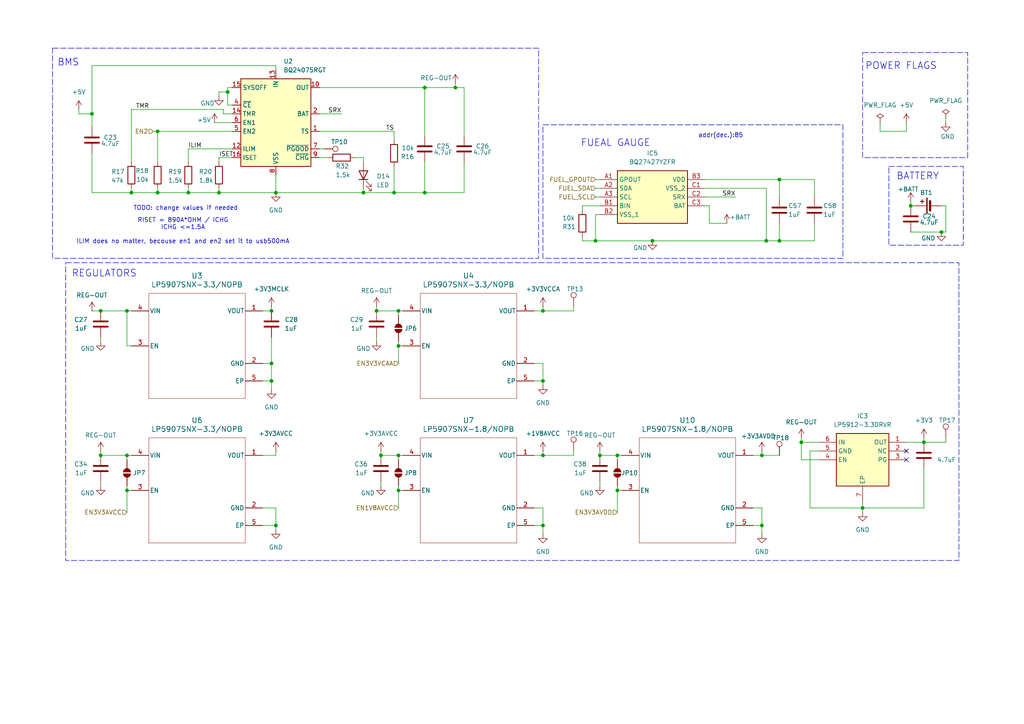
<source format=kicad_sch>
(kicad_sch (version 20250114) (generator "eeschema") (generator_version "9.0")
  (paper "A4")
  (title_block (title "POWER"))
  (lib_symbols
    (symbol "BQ27427YZFR:BQ27427YZFR"
      (property "Reference" "IC" (at 26.67 7.62 0))
      (property "Value" "BQ27427YZFR" (at 26.67 5.08 0))
      (symbol "BQ27427YZFR_1_1"
        (rectangle (start 5.08 2.54) (end 25.4 -12.7) (stroke (width 0.254)) (fill (type background)))
        (pin passive line (at 0 0 0) (length 5.08) (name "GPOUT") (number "A1"))
        (pin passive line (at 0 -2.54 0) (length 5.08) (name "SDA") (number "A2"))
        (pin passive line (at 0 -5.08 0) (length 5.08) (name "SCL") (number "A3"))
        (pin passive line (at 0 -7.62 0) (length 5.08) (name "BIN") (number "B1"))
        (pin passive line (at 0 -10.16 0) (length 5.08) (name "VSS_1") (number "B2"))
        (pin passive line (at 30.48 0 180) (length 5.08) (name "VDD") (number "B3"))
        (pin passive line (at 30.48 -2.54 180) (length 5.08) (name "VSS_2") (number "C1"))
        (pin passive line (at 30.48 -5.08 180) (length 5.08) (name "SRX") (number "C2"))
        (pin passive line (at 30.48 -7.62 180) (length 5.08) (name "BAT") (number "C3"))
      )
    )
    (symbol "Battery_Management:BQ24075RGT"
      (property "Reference" "U" (at -8.89 13.97 0))
      (property "Value" "BQ24075RGT" (at 16.51 13.97 0))
      (symbol "BQ24075RGT_0_1"
        (rectangle (start -10.16 12.7) (end 10.16 -12.7) (stroke (width 0.254)) (fill (type background)))
      )
      (symbol "BQ24075RGT_1_1"
        (pin input line (at -12.7 10.16 0) (length 2.54) (name "SYSOFF") (number "15"))
        (pin input line (at -12.7 5.08 0) (length 2.54) (name "~{CE}") (number "4"))
        (pin input line (at -12.7 2.54 0) (length 2.54) (name "TMR") (number "14"))
        (pin input line (at -12.7 0 0) (length 2.54) (name "EN1") (number "6"))
        (pin input line (at -12.7 -2.54 0) (length 2.54) (name "EN2") (number "5"))
        (pin passive line (at -12.7 -7.62 0) (length 2.54) (name "ILIM") (number "12"))
        (pin passive line (at -12.7 -10.16 0) (length 2.54) (name "ISET") (number "16"))
        (pin power_in line (at 0 15.24 270) (length 2.54) (name "IN") (number "13"))
        (pin passive line (at 0 -15.24 90) (length 2.54) (hide yes) (name "VSS") (number "17"))
        (pin power_in line (at 0 -15.24 90) (length 2.54) (name "VSS") (number "8"))
        (pin power_out line (at 12.7 10.16 180) (length 2.54) (name "OUT") (number "10"))
        (pin passive line (at 12.7 10.16 180) (length 2.54) (hide yes) (name "OUT") (number "11"))
        (pin power_out line (at 12.7 2.54 180) (length 2.54) (name "BAT") (number "2"))
        (pin passive line (at 12.7 2.54 180) (length 2.54) (hide yes) (name "BAT") (number "3"))
        (pin passive line (at 12.7 -2.54 180) (length 2.54) (name "TS") (number "1"))
        (pin open_collector line (at 12.7 -7.62 180) (length 2.54) (name "~{PGOOD}") (number "7"))
        (pin open_collector line (at 12.7 -10.16 180) (length 2.54) (name "~{CHG}") (number "9"))
      )
    )
    (symbol "Connector:TestPoint" (pin_numbers (hide yes)) (pin_names (offset 0.762) (hide yes))
      (property "Reference" "TP" (at 0 6.858 0))
      (property "Value" "TestPoint" (at 0 5.08 0))
      (symbol "TestPoint_0_1"
        (circle (center 0 3.302) (radius 0.762))
      )
      (symbol "TestPoint_1_1"
        (pin passive line (at 0 0 90) (length 2.54) (name "1") (number "1"))
      )
    )
    (symbol "Device:Battery_Cell" (pin_numbers (hide yes)) (pin_names (offset 0) (hide yes))
      (property "Reference" "BT" (at 2.54 2.54 0))
      (property "Value" "Battery_Cell" (at 2.54 0 0))
      (symbol "Battery_Cell_0_1"
        (rectangle (start -2.286 1.778) (end 2.286 1.524) (fill (type outline)))
        (rectangle (start -1.524 1.016) (end 1.524 0.508) (fill (type outline)))
        (polyline (pts (xy 0 1.778) (xy 0 2.54)))
        (polyline (pts (xy 0 0.762) (xy 0 0)))
        (polyline (pts (xy 0.762 3.048) (xy 1.778 3.048)) (stroke (width 0.254)))
        (polyline (pts (xy 1.27 3.556) (xy 1.27 2.54)) (stroke (width 0.254)))
      )
      (symbol "Battery_Cell_1_1"
        (pin passive line (at 0 5.08 270) (length 2.54) (name "+") (number "1"))
        (pin passive line (at 0 -2.54 90) (length 2.54) (name "-") (number "2"))
      )
    )
    (symbol "Device:C" (pin_numbers (hide yes)) (pin_names (offset 0.254))
      (property "Reference" "C" (at 0.635 2.54 0))
      (property "Value" "C" (at 0.635 -2.54 0))
      (symbol "C_0_1"
        (polyline (pts (xy -2.032 0.762) (xy 2.032 0.762)) (stroke (width 0.508)))
        (polyline (pts (xy -2.032 -0.762) (xy 2.032 -0.762)) (stroke (width 0.508)))
      )
      (symbol "C_1_1"
        (pin passive line (at 0 3.81 270) (length 2.794) (name "~") (number "1"))
        (pin passive line (at 0 -3.81 90) (length 2.794) (name "~") (number "2"))
      )
    )
    (symbol "Device:LED" (pin_numbers (hide yes)) (pin_names (offset 1.016) (hide yes))
      (property "Reference" "D" (at 0 2.54 0))
      (property "Value" "LED" (at 0 -2.54 0))
      (symbol "LED_0_1"
        (polyline (pts (xy -3.048 -0.762) (xy -4.572 -2.286) (xy -3.81 -2.286) (xy -4.572 -2.286) (xy -4.572 -1.524)))
        (polyline (pts (xy -1.778 -0.762) (xy -3.302 -2.286) (xy -2.54 -2.286) (xy -3.302 -2.286) (xy -3.302 -1.524)))
        (polyline (pts (xy -1.27 0) (xy 1.27 0)))
        (polyline (pts (xy -1.27 -1.27) (xy -1.27 1.27)) (stroke (width 0.254)))
        (polyline (pts (xy 1.27 -1.27) (xy 1.27 1.27) (xy -1.27 0) (xy 1.27 -1.27)) (stroke (width 0.254)))
      )
      (symbol "LED_1_1"
        (pin passive line (at -3.81 0 0) (length 2.54) (name "K") (number "1"))
        (pin passive line (at 3.81 0 180) (length 2.54) (name "A") (number "2"))
      )
    )
    (symbol "Device:R" (pin_numbers (hide yes)) (pin_names (offset 0))
      (property "Reference" "R" (at 2.032 0 90))
      (property "Value" "R" (at 0 0 90))
      (symbol "R_0_1"
        (rectangle (start -1.016 -2.54) (end 1.016 2.54) (stroke (width 0.254)))
      )
      (symbol "R_1_1"
        (pin passive line (at 0 3.81 270) (length 1.27) (name "~") (number "1"))
        (pin passive line (at 0 -3.81 90) (length 1.27) (name "~") (number "2"))
      )
    )
    (symbol "Jumper:SolderJumper_2_Open" (pin_numbers (hide yes)) (pin_names (offset 0) (hide yes)) (in_bom no)
      (property "Reference" "JP" (at 0 2.032 0))
      (property "Value" "SolderJumper_2_Open" (at 0 -2.54 0))
      (symbol "SolderJumper_2_Open_0_1"
        (polyline (pts (xy -0.254 1.016) (xy -0.254 -1.016)))
        (arc (start -0.254 -1.016) (mid -1.2656 0) (end -0.254 1.016))
        (arc (start -0.254 -1.016) (mid -1.2656 0) (end -0.254 1.016) (fill (type outline)))
        (arc (start 0.254 1.016) (mid 1.2656 0) (end 0.254 -1.016))
        (arc (start 0.254 1.016) (mid 1.2656 0) (end 0.254 -1.016) (fill (type outline)))
        (polyline (pts (xy 0.254 1.016) (xy 0.254 -1.016)))
      )
      (symbol "SolderJumper_2_Open_1_1"
        (pin passive line (at -3.81 0 0) (length 2.54) (name "A") (number "1"))
        (pin passive line (at 3.81 0 180) (length 2.54) (name "B") (number "2"))
      )
    )
    (symbol "LP5907SNX-1-8-NOPB:LP5907SNX-1.8_NOPB" (pin_names (offset 0.254))
      (property "Reference" "U" (at 0 2.54 0))
      (property "Value" "LP5907SNX-1.8/NOPB" (at 0 0 0))
      (symbol "LP5907SNX-1.8_NOPB_0_1"
        (polyline (pts (xy -12.7 15.24) (xy -12.7 -15.24)) (stroke (width 0.1016)))
        (polyline (pts (xy -12.7 -15.24) (xy 15.24 -15.24)) (stroke (width 0.1016)))
        (polyline (pts (xy 15.24 15.24) (xy -12.7 15.24)) (stroke (width 0.1016)))
        (polyline (pts (xy 15.24 -15.24) (xy 15.24 15.24)) (stroke (width 0.1016)))
        (pin power_in line (at -17.78 10.16 0) (length 5.08) (name "VIN") (number "4"))
        (pin input line (at -17.78 0 0) (length 5.08) (name "EN") (number "3"))
        (pin power_in line (at 20.32 -5.08 180) (length 5.08) (name "GND") (number "2"))
        (pin power_in line (at 20.32 -10.16 180) (length 5.08) (name "EP") (number "5"))
      )
      (symbol "LP5907SNX-1.8_NOPB_1_1"
        (pin power_out line (at 20.32 10.16 180) (length 5.08) (name "VOUT") (number "1"))
      )
    )
    (symbol "LP5907SNX-3-3-NOPB:LP5907SNX-3.3_NOPB" (pin_names (offset 0.254))
      (property "Reference" "U" (at 0 2.54 0))
      (property "Value" "LP5907SNX-3.3/NOPB" (at 0 0 0))
      (symbol "LP5907SNX-3.3_NOPB_0_1"
        (polyline (pts (xy -12.7 15.24) (xy -12.7 -15.24)) (stroke (width 0.1016)))
        (polyline (pts (xy -12.7 -15.24) (xy 15.24 -15.24)) (stroke (width 0.1016)))
        (polyline (pts (xy 15.24 15.24) (xy -12.7 15.24)) (stroke (width 0.1016)))
        (polyline (pts (xy 15.24 -15.24) (xy 15.24 15.24)) (stroke (width 0.1016)))
        (pin power_in line (at -17.78 10.16 0) (length 5.08) (name "VIN") (number "4"))
        (pin input line (at -17.78 0 0) (length 5.08) (name "EN") (number "3"))
        (pin power_in line (at 20.32 -5.08 180) (length 5.08) (name "GND") (number "2"))
        (pin power_in line (at 20.32 -10.16 180) (length 5.08) (name "EP") (number "5"))
      )
      (symbol "LP5907SNX-3.3_NOPB_1_1"
        (pin power_out line (at 20.32 10.16 180) (length 5.08) (name "VOUT") (number "1"))
      )
    )
    (symbol "LP5912-3_3DRVR:LP5912-3.3DRVR"
      (property "Reference" "IC" (at 21.59 7.62 0))
      (property "Value" "LP5912-3.3DRVR" (at 21.59 5.08 0))
      (symbol "LP5912-3.3DRVR_1_1"
        (rectangle (start 5.08 2.54) (end 20.32 -12.7) (stroke (width 0.254)) (fill (type background)))
        (pin power_out line (at 0 0 0) (length 5.08) (name "OUT") (number "1"))
        (pin no_connect line (at 0 -2.54 0) (length 5.08) (name "NC") (number "2"))
        (pin passive line (at 0 -5.08 0) (length 5.08) (name "PG") (number "3"))
        (pin power_in line (at 12.7 -17.78 90) (length 5.08) (name "EP") (number "7"))
        (pin power_in line (at 25.4 0 180) (length 5.08) (name "IN") (number "6"))
        (pin power_in line (at 25.4 -2.54 180) (length 5.08) (name "GND") (number "5"))
        (pin passive line (at 25.4 -5.08 180) (length 5.08) (name "EN") (number "4"))
      )
    )
    (symbol "power:+1V8" (power) (pin_numbers (hide yes)) (pin_names (offset 0) (hide yes))
      (property "Value" "+1V8" (at 0 3.556 0))
      (symbol "+1V8_0_1"
        (polyline (pts (xy -0.762 1.27) (xy 0 2.54)))
        (polyline (pts (xy 0 2.54) (xy 0.762 1.27)))
        (polyline (pts (xy 0 0) (xy 0 2.54)))
      )
      (symbol "+1V8_1_1"
        (pin power_in line (at 0 0 90) (length 0) (name "~") (number "1"))
      )
    )
    (symbol "power:+3V3" (power) (pin_numbers (hide yes)) (pin_names (offset 0) (hide yes))
      (property "Value" "+3V3" (at 0 3.556 0))
      (symbol "+3V3_0_1"
        (polyline (pts (xy -0.762 1.27) (xy 0 2.54)))
        (polyline (pts (xy 0 2.54) (xy 0.762 1.27)))
        (polyline (pts (xy 0 0) (xy 0 2.54)))
      )
      (symbol "+3V3_1_1"
        (pin power_in line (at 0 0 90) (length 0) (name "~") (number "1"))
      )
    )
    (symbol "power:+5V" (power) (pin_numbers (hide yes)) (pin_names (offset 0) (hide yes))
      (property "Value" "+5V" (at 0 3.556 0))
      (symbol "+5V_0_1"
        (polyline (pts (xy -0.762 1.27) (xy 0 2.54)))
        (polyline (pts (xy 0 2.54) (xy 0.762 1.27)))
        (polyline (pts (xy 0 0) (xy 0 2.54)))
      )
      (symbol "+5V_1_1"
        (pin power_in line (at 0 0 90) (length 0) (name "~") (number "1"))
      )
    )
    (symbol "power:+BATT" (power) (pin_numbers (hide yes)) (pin_names (offset 0) (hide yes))
      (property "Value" "+BATT" (at 0 3.556 0))
      (symbol "+BATT_0_1"
        (polyline (pts (xy -0.762 1.27) (xy 0 2.54)))
        (polyline (pts (xy 0 2.54) (xy 0.762 1.27)))
        (polyline (pts (xy 0 0) (xy 0 2.54)))
      )
      (symbol "+BATT_1_1"
        (pin power_in line (at 0 0 90) (length 0) (name "~") (number "1"))
      )
    )
    (symbol "power:GND" (power) (pin_numbers (hide yes)) (pin_names (offset 0) (hide yes))
      (property "Value" "GND" (at 0 -3.81 0))
      (symbol "GND_0_1"
        (polyline (pts (xy 0 0) (xy 0 -1.27) (xy 1.27 -1.27) (xy 0 -2.54) (xy -1.27 -1.27) (xy 0 -1.27)))
      )
      (symbol "GND_1_1"
        (pin power_in line (at 0 0 270) (length 0) (name "~") (number "1"))
      )
    )
    (symbol "power:PWR_FLAG" (power) (pin_numbers (hide yes)) (pin_names (offset 0) (hide yes))
      (property "Value" "PWR_FLAG" (at 0 3.81 0))
      (symbol "PWR_FLAG_0_0"
        (pin power_out line (at 0 0 90) (length 0) (name "~") (number "1"))
      )
      (symbol "PWR_FLAG_0_1"
        (polyline (pts (xy 0 0) (xy 0 1.27) (xy -1.016 1.905) (xy 0 2.54) (xy 1.016 1.905) (xy 0 1.27)))
      )
    )
  )
  (rectangle (start 250.19 15.24) (end 280.67 45.72) (stroke (width 0) (type dash)))
  (rectangle (start 19.05 76.2) (end 278.13 162.56) (stroke (width 0) (type dash)))
  (rectangle (start 257.81 48.26) (end 279.4 71.12) (stroke (width 0) (type dash)))
  (rectangle (start 15.24 13.97) (end 156.21 74.93) (stroke (width 0) (type dash)))
  (rectangle (start 157.48 36.195) (end 244.475 74.93) (stroke (width 0) (type dash)))
  (text "TODO: change values if needed" (at 53.848 60.452 0) (effects (font (size 1.27 1.27))))
  (text "FUEAL GAUGE" (at 178.562 40.386 0) (effects (font (size 2 2)) (justify top)))
  (text "BMS" (at 19.812 17.018 0) (effects (font (size 2 2)) (justify top)))
  (text "POWER FLAGS" (at 261.366 18.034 0) (effects (font (size 2 2)) (justify top)))
  (text "RISET = 890A*OHM / ICHG\nICHG <=1.5A\n\nILIM does no matter, becouse en1 and en2 set it to usb500mA" (at 53.086 67.056 0) (effects (font (size 1.27 1.27))))
  (text "BATTERY\n" (at 266.192 50.038 0) (effects (font (size 2 2)) (justify top)))
  (text "addr(dec.):85" (at 209.042 39.37 0) (effects (font (size 1.27 1.27))))
  (text "REGULATORS" (at 30.226 78.232 0) (effects (font (size 2 2)) (justify top)))
  (junction (at 189.23 69.85))
  (junction (at 264.16 59.69))
  (junction (at 80.01 152.4))
  (junction (at 220.98 132.08))
  (junction (at 267.97 128.27))
  (junction (at 29.21 90.17))
  (junction (at 78.74 105.41))
  (junction (at 80.01 55.88))
  (junction (at 54.61 55.88))
  (junction (at 110.49 132.08))
  (junction (at 179.07 132.08))
  (junction (at 250.19 147.32))
  (junction (at 114.3 55.88))
  (junction (at 232.41 128.27))
  (junction (at 157.48 110.49))
  (junction (at 36.83 90.17))
  (junction (at 105.41 55.88))
  (junction (at 157.48 152.4))
  (junction (at 36.83 132.08))
  (junction (at 273.05 67.31))
  (junction (at 157.48 90.17))
  (junction (at 115.57 132.08))
  (junction (at 29.21 132.08))
  (junction (at 179.07 142.24))
  (junction (at 220.98 152.4))
  (junction (at 78.74 90.17))
  (junction (at 173.99 132.08))
  (junction (at 38.1 55.88))
  (junction (at 172.72 69.85))
  (junction (at 78.74 110.49))
  (junction (at 222.25 69.85))
  (junction (at 115.57 142.24))
  (junction (at 226.06 52.07))
  (junction (at 66.04 26.67))
  (junction (at 123.19 25.4))
  (junction (at 109.22 90.17))
  (junction (at 45.72 38.1))
  (junction (at 115.57 90.17))
  (junction (at 36.83 142.24))
  (junction (at 226.06 69.85))
  (junction (at 45.72 55.88))
  (junction (at 63.5 55.88))
  (junction (at 123.19 55.88))
  (junction (at 26.67 33.02))
  (junction (at 132.08 25.4))
  (junction (at 115.57 100.33))
  (junction (at 157.48 132.08))
  (no_connect (at 262.89 130.81))
  (no_connect (at 262.89 133.35))
  (wire (pts (xy 45.72 38.1) (xy 45.72 46.99)))
  (wire (pts (xy 38.1 31.75) (xy 64.77 31.75)))
  (wire (pts (xy 76.2 90.17) (xy 78.74 90.17)))
  (wire (pts (xy 168.91 60.96) (xy 168.91 59.69)))
  (wire (pts (xy 234.95 147.32) (xy 250.19 147.32)))
  (wire (pts (xy 115.57 90.17) (xy 115.57 91.44)))
  (wire (pts (xy 237.49 133.35) (xy 232.41 133.35)))
  (wire (pts (xy 115.57 142.24) (xy 115.57 140.97)))
  (wire (pts (xy 168.91 68.58) (xy 168.91 69.85)))
  (wire (pts (xy 218.44 152.4) (xy 220.98 152.4)))
  (wire (pts (xy 179.07 142.24) (xy 179.07 148.59)))
  (wire (pts (xy 45.72 54.61) (xy 45.72 55.88)))
  (wire (pts (xy 250.19 147.32) (xy 250.19 148.59)))
  (wire (pts (xy 166.37 132.08) (xy 157.48 132.08)))
  (wire (pts (xy 274.32 67.31) (xy 274.32 59.69)))
  (wire (pts (xy 115.57 132.08) (xy 115.57 133.35)))
  (wire (pts (xy 134.62 39.37) (xy 134.62 25.4)))
  (wire (pts (xy 274.32 34.29) (xy 274.32 35.56)))
  (wire (pts (xy 38.1 142.24) (xy 36.83 142.24)))
  (wire (pts (xy 26.67 19.05) (xy 26.67 33.02)))
  (wire (pts (xy 172.72 62.23) (xy 173.99 62.23)))
  (wire (pts (xy 226.06 64.77) (xy 226.06 69.85)))
  (wire (pts (xy 29.21 99.06) (xy 29.21 97.79)))
  (wire (pts (xy 66.04 25.4) (xy 66.04 26.67)))
  (wire (pts (xy 114.3 55.88) (xy 123.19 55.88)))
  (wire (pts (xy 36.83 100.33) (xy 38.1 100.33)))
  (wire (pts (xy 80.01 19.05) (xy 80.01 20.32)))
  (wire (pts (xy 80.01 19.05) (xy 26.67 19.05)))
  (wire (pts (xy 93.98 43.18) (xy 92.71 43.18)))
  (wire (pts (xy 232.41 127) (xy 232.41 128.27)))
  (wire (pts (xy 123.19 46.99) (xy 123.19 55.88)))
  (wire (pts (xy 189.23 69.85) (xy 172.72 69.85)))
  (wire (pts (xy 157.48 90.17) (xy 157.48 88.9)))
  (wire (pts (xy 250.19 146.05) (xy 250.19 147.32)))
  (wire (pts (xy 267.97 147.32) (xy 250.19 147.32)))
  (wire (pts (xy 179.07 140.97) (xy 179.07 142.24)))
  (wire (pts (xy 226.06 132.08) (xy 220.98 132.08)))
  (wire (pts (xy 92.71 33.02) (xy 99.06 33.02)))
  (wire (pts (xy 29.21 140.97) (xy 29.21 139.7)))
  (wire (pts (xy 63.5 45.72) (xy 63.5 46.99)))
  (wire (pts (xy 222.25 54.61) (xy 222.25 69.85)))
  (wire (pts (xy 179.07 132.08) (xy 180.34 132.08)))
  (wire (pts (xy 267.97 127) (xy 267.97 128.27)))
  (wire (pts (xy 64.77 33.02) (xy 67.31 33.02)))
  (wire (pts (xy 64.77 31.75) (xy 64.77 33.02)))
  (wire (pts (xy 78.74 90.17) (xy 78.74 88.9)))
  (wire (pts (xy 92.71 38.1) (xy 114.3 38.1)))
  (wire (pts (xy 63.5 45.72) (xy 67.31 45.72)))
  (wire (pts (xy 115.57 100.33) (xy 116.84 100.33)))
  (wire (pts (xy 274.32 59.69) (xy 273.05 59.69)))
  (wire (pts (xy 237.49 130.81) (xy 234.95 130.81)))
  (wire (pts (xy 36.83 132.08) (xy 36.83 133.35)))
  (wire (pts (xy 226.06 69.85) (xy 222.25 69.85)))
  (wire (pts (xy 274.32 67.31) (xy 273.05 67.31)))
  (wire (pts (xy 218.44 132.08) (xy 220.98 132.08)))
  (wire (pts (xy 123.19 25.4) (xy 132.08 25.4)))
  (wire (pts (xy 154.94 147.32) (xy 157.48 147.32)))
  (wire (pts (xy 76.2 105.41) (xy 78.74 105.41)))
  (wire (pts (xy 114.3 38.1) (xy 114.3 40.64)))
  (wire (pts (xy 80.01 132.08) (xy 80.01 130.81)))
  (wire (pts (xy 76.2 132.08) (xy 80.01 132.08)))
  (wire (pts (xy 220.98 132.08) (xy 220.98 130.81)))
  (wire (pts (xy 38.1 55.88) (xy 45.72 55.88)))
  (wire (pts (xy 78.74 105.41) (xy 78.74 110.49)))
  (wire (pts (xy 132.08 24.13) (xy 132.08 25.4)))
  (wire (pts (xy 114.3 48.26) (xy 114.3 55.88)))
  (wire (pts (xy 36.83 132.08) (xy 38.1 132.08)))
  (wire (pts (xy 38.1 54.61) (xy 38.1 55.88)))
  (wire (pts (xy 36.83 142.24) (xy 36.83 148.59)))
  (wire (pts (xy 157.48 105.41) (xy 157.48 110.49)))
  (wire (pts (xy 189.23 69.85) (xy 222.25 69.85)))
  (wire (pts (xy 92.71 25.4) (xy 123.19 25.4)))
  (wire (pts (xy 63.5 26.67) (xy 63.5 27.94)))
  (wire (pts (xy 220.98 152.4) (xy 220.98 154.94)))
  (wire (pts (xy 255.27 38.1) (xy 262.89 38.1)))
  (wire (pts (xy 115.57 142.24) (xy 115.57 147.32)))
  (wire (pts (xy 76.2 152.4) (xy 80.01 152.4)))
  (wire (pts (xy 274.32 128.27) (xy 267.97 128.27)))
  (wire (pts (xy 116.84 142.24) (xy 115.57 142.24)))
  (wire (pts (xy 262.89 38.1) (xy 262.89 35.56)))
  (wire (pts (xy 157.48 110.49) (xy 157.48 111.76)))
  (wire (pts (xy 109.22 99.06) (xy 109.22 97.79)))
  (wire (pts (xy 168.91 59.69) (xy 173.99 59.69)))
  (wire (pts (xy 172.72 52.07) (xy 173.99 52.07)))
  (wire (pts (xy 236.22 69.85) (xy 226.06 69.85)))
  (wire (pts (xy 204.47 57.15) (xy 213.36 57.15)))
  (wire (pts (xy 26.67 33.02) (xy 26.67 36.83)))
  (wire (pts (xy 267.97 135.89) (xy 267.97 147.32)))
  (wire (pts (xy 264.16 67.31) (xy 273.05 67.31)))
  (wire (pts (xy 134.62 55.88) (xy 123.19 55.88)))
  (wire (pts (xy 132.08 25.4) (xy 134.62 25.4)))
  (wire (pts (xy 29.21 132.08) (xy 36.83 132.08)))
  (wire (pts (xy 232.41 133.35) (xy 232.41 128.27)))
  (wire (pts (xy 78.74 97.79) (xy 78.74 105.41)))
  (wire (pts (xy 36.83 142.24) (xy 36.83 140.97)))
  (wire (pts (xy 22.86 33.02) (xy 26.67 33.02)))
  (wire (pts (xy 154.94 152.4) (xy 157.48 152.4)))
  (wire (pts (xy 205.74 64.77) (xy 205.74 59.69)))
  (wire (pts (xy 154.94 90.17) (xy 157.48 90.17)))
  (wire (pts (xy 45.72 38.1) (xy 67.31 38.1)))
  (wire (pts (xy 63.5 55.88) (xy 80.01 55.88)))
  (wire (pts (xy 236.22 52.07) (xy 226.06 52.07)))
  (wire (pts (xy 115.57 99.06) (xy 115.57 100.33)))
  (wire (pts (xy 264.16 59.69) (xy 265.43 59.69)))
  (wire (pts (xy 123.19 25.4) (xy 123.19 39.37)))
  (wire (pts (xy 154.94 132.08) (xy 157.48 132.08)))
  (wire (pts (xy 173.99 130.81) (xy 173.99 132.08)))
  (wire (pts (xy 154.94 105.41) (xy 157.48 105.41)))
  (wire (pts (xy 109.22 90.17) (xy 115.57 90.17)))
  (wire (pts (xy 173.99 140.97) (xy 173.99 139.7)))
  (wire (pts (xy 234.95 130.81) (xy 234.95 147.32)))
  (wire (pts (xy 29.21 130.81) (xy 29.21 132.08)))
  (wire (pts (xy 172.72 57.15) (xy 173.99 57.15)))
  (wire (pts (xy 36.83 90.17) (xy 38.1 90.17)))
  (wire (pts (xy 63.5 54.61) (xy 63.5 55.88)))
  (wire (pts (xy 115.57 100.33) (xy 115.57 105.41)))
  (wire (pts (xy 236.22 57.15) (xy 236.22 52.07)))
  (wire (pts (xy 63.5 26.67) (xy 66.04 26.67)))
  (wire (pts (xy 115.57 132.08) (xy 110.49 132.08)))
  (wire (pts (xy 78.74 110.49) (xy 78.74 113.03)))
  (wire (pts (xy 80.01 152.4) (xy 80.01 147.32)))
  (wire (pts (xy 154.94 110.49) (xy 157.48 110.49)))
  (wire (pts (xy 264.16 58.42) (xy 264.16 59.69)))
  (wire (pts (xy 220.98 147.32) (xy 220.98 152.4)))
  (wire (pts (xy 44.45 38.1) (xy 45.72 38.1)))
  (wire (pts (xy 205.74 64.77) (xy 210.82 64.77)))
  (wire (pts (xy 54.61 43.18) (xy 67.31 43.18)))
  (wire (pts (xy 236.22 64.77) (xy 236.22 69.85)))
  (wire (pts (xy 105.41 55.88) (xy 114.3 55.88)))
  (wire (pts (xy 180.34 142.24) (xy 179.07 142.24)))
  (wire (pts (xy 166.37 90.17) (xy 157.48 90.17)))
  (wire (pts (xy 172.72 54.61) (xy 173.99 54.61)))
  (wire (pts (xy 26.67 44.45) (xy 26.67 55.88)))
  (wire (pts (xy 173.99 132.08) (xy 179.07 132.08)))
  (wire (pts (xy 109.22 88.9) (xy 109.22 90.17)))
  (wire (pts (xy 29.21 90.17) (xy 36.83 90.17)))
  (wire (pts (xy 92.71 45.72) (xy 95.25 45.72)))
  (wire (pts (xy 172.72 69.85) (xy 172.72 62.23)))
  (wire (pts (xy 66.04 30.48) (xy 67.31 30.48)))
  (wire (pts (xy 204.47 54.61) (xy 222.25 54.61)))
  (wire (pts (xy 78.74 110.49) (xy 76.2 110.49)))
  (wire (pts (xy 116.84 132.08) (xy 115.57 132.08)))
  (wire (pts (xy 36.83 90.17) (xy 36.83 100.33)))
  (wire (pts (xy 110.49 132.08) (xy 110.49 130.81)))
  (wire (pts (xy 26.67 90.17) (xy 29.21 90.17)))
  (wire (pts (xy 255.27 35.56) (xy 255.27 38.1)))
  (wire (pts (xy 166.37 130.81) (xy 166.37 132.08)))
  (wire (pts (xy 157.48 152.4) (xy 157.48 154.94)))
  (wire (pts (xy 157.48 147.32) (xy 157.48 152.4)))
  (wire (pts (xy 80.01 50.8) (xy 80.01 55.88)))
  (wire (pts (xy 105.41 54.61) (xy 105.41 55.88)))
  (wire (pts (xy 168.91 69.85) (xy 172.72 69.85)))
  (wire (pts (xy 157.48 132.08) (xy 157.48 130.81)))
  (wire (pts (xy 274.32 127) (xy 274.32 128.27)))
  (wire (pts (xy 218.44 147.32) (xy 220.98 147.32)))
  (wire (pts (xy 166.37 88.9) (xy 166.37 90.17)))
  (wire (pts (xy 134.62 46.99) (xy 134.62 55.88)))
  (wire (pts (xy 110.49 140.97) (xy 110.49 139.7)))
  (wire (pts (xy 76.2 147.32) (xy 80.01 147.32)))
  (wire (pts (xy 26.67 55.88) (xy 38.1 55.88)))
  (wire (pts (xy 179.07 132.08) (xy 179.07 133.35)))
  (wire (pts (xy 232.41 128.27) (xy 237.49 128.27)))
  (wire (pts (xy 105.41 45.72) (xy 105.41 46.99)))
  (wire (pts (xy 38.1 31.75) (xy 38.1 46.99)))
  (wire (pts (xy 54.61 55.88) (xy 63.5 55.88)))
  (wire (pts (xy 226.06 52.07) (xy 226.06 57.15)))
  (wire (pts (xy 267.97 128.27) (xy 262.89 128.27)))
  (wire (pts (xy 62.23 35.56) (xy 67.31 35.56)))
  (wire (pts (xy 54.61 54.61) (xy 54.61 55.88)))
  (wire (pts (xy 204.47 52.07) (xy 226.06 52.07)))
  (wire (pts (xy 67.31 25.4) (xy 66.04 25.4)))
  (wire (pts (xy 115.57 90.17) (xy 116.84 90.17)))
  (wire (pts (xy 45.72 55.88) (xy 54.61 55.88)))
  (wire (pts (xy 22.86 31.75) (xy 22.86 33.02)))
  (wire (pts (xy 54.61 46.99) (xy 54.61 43.18)))
  (wire (pts (xy 204.47 59.69) (xy 205.74 59.69)))
  (wire (pts (xy 80.01 152.4) (xy 80.01 153.67)))
  (wire (pts (xy 102.87 45.72) (xy 105.41 45.72)))
  (wire (pts (xy 80.01 55.88) (xy 105.41 55.88)))
  (wire (pts (xy 66.04 26.67) (xy 66.04 30.48)))
  (label "SRX" (at 99.06 33.02 180))
  (label "ILIM" (at 54.61 43.18 0))
  (label "SRX" (at 213.36 57.15 180))
  (label "TMR" (at 39.37 31.75 0))
  (label "TS" (at 114.3 38.1 180))
  (label "ISET" (at 63.5 45.72 0))
  (hierarchical_label "EN3V3AVCC" (shape input) (at 36.83 148.59 180))
  (hierarchical_label "EN3V3VCAA" (shape input) (at 115.57 105.41 180))
  (hierarchical_label "FUEL_SCL" (shape input) (at 172.72 57.15 180))
  (hierarchical_label "FUEL_SDA" (shape input) (at 172.72 54.61 180))
  (hierarchical_label "EN1V8AVCC" (shape input) (at 115.57 147.32 180))
  (hierarchical_label "EN3V3AVDD" (shape input) (at 179.07 148.59 180))
  (hierarchical_label "EN2" (shape input) (at 44.45 38.1 180))
  (hierarchical_label "FUEL_GPOUT" (shape input) (at 172.72 52.07 180))
  (symbol (lib_id "Device:C") (at 267.97 132.08 0) (unit 1)
    (property "Reference" "C33" (effects (hide yes)))
    (property "Value" "4.7uF" (at 271.78 133.3499 0) (effects (justify left)))
    (property "Footprint" "Capacitor_SMD:C_0402_1005Metric" (effects (hide yes)))
    (property "Description" "Unpolarized capacitor" (effects (hide yes)))
    (property "MPN" "CL05A475KP5NRNC" (effects (hide yes)))
  )
  (symbol (lib_id "Device:C") (at 109.22 93.98 0) (mirror y) (unit 1)
    (property "Reference" "C29" (at 105.41 92.7099 0) (effects (justify left)))
    (property "Value" "1uF" (at 105.41 95.2499 0) (effects (justify left)))
    (property "Footprint" "Capacitor_SMD:C_0402_1005Metric" (effects (hide yes)))
    (property "Description" "Unpolarized capacitor" (effects (hide yes)))
    (property "MPN" "CL05A105KO5NNNC" (effects (hide yes)))
  )
  (symbol (lib_id "Device:R") (at 99.06 45.72 90) (unit 1)
    (property "Reference" "R32" (at 97.3455 48.1965 90) (effects (justify right)))
    (property "Value" "1.5k" (at 97.3455 50.7365 90) (effects (justify right)))
    (property "Footprint" "Resistor_SMD:R_0402_1005Metric" (effects (hide yes)))
    (property "Description" "Resistor" (effects (hide yes)))
    (property "LCSC" "C25744" (effects (hide yes)))
    (property "MPN" "RC0402FR-071K5L" (effects (hide yes)))
  )
  (symbol (lib_id "power:+BATT") (at 210.82 64.77 0) (unit 1)
    (property "Reference" "#PWR0105" (effects (hide yes)))
    (property "Value" "+BATT" (at 214.63 62.992 0))
    (property "Description" "Power symbol creates a global label with name \"+BATT\"" (effects (hide yes)))
  )
  (symbol (lib_id "Jumper:SolderJumper_2_Open") (at 115.57 95.25 90) (mirror x) (unit 1) (in_bom no)
    (property "Reference" "JP6" (at 119.126 95.25 90))
    (property "Value" "SolderJumper_2_Open" (effects (hide yes)))
    (property "Footprint" "Jumper:SolderJumper-2_P1.3mm_Open_RoundedPad1.0x1.5mm" (effects (hide yes)))
    (property "Description" "Solder Jumper, 2-pole, open" (effects (hide yes)))
  )
  (symbol (lib_id "Device:C") (at 173.99 135.89 0) (mirror y) (unit 1)
    (property "Reference" "C38" (at 170.18 134.6199 0) (effects (justify left)))
    (property "Value" "1uF" (at 170.18 137.1599 0) (effects (justify left)))
    (property "Footprint" "Capacitor_SMD:C_0402_1005Metric" (effects (hide yes)))
    (property "Description" "Unpolarized capacitor" (effects (hide yes)))
    (property "MPN" "CL05A105KO5NNNC" (effects (hide yes)))
  )
  (symbol (lib_id "LP5907SNX-3-3-NOPB:LP5907SNX-3.3_NOPB") (at 55.88 100.33 0) (unit 1)
    (property "Reference" "U3" (at 57.15 80.01 0) (effects (font (size 1.524 1.524))))
    (property "Value" "LP5907SNX-3.3/NOPB" (at 57.15 82.55 0) (effects (font (size 1.524 1.524))))
    (property "Footprint" "Package_SON:Texas_X2SON-4_1x1mm_P0.65mm" (effects (hide yes)))
    (property "Datasheet" "https://www.ti.com/lit/ds/symlink/lp5907.pdf?ts=1747978823487&ref_url=https%253A%252F%252Fwww.ti.com%252Fproduct%252FLP5907%253FkeyMatch%253DLP5907-1.8%2526tisearch%253Duniversal_search" (effects (hide yes)))
    (property "MPN" "LP5907SNX-3.3/NOPB" (effects (hide yes)))
  )
  (symbol (lib_id "power:+BATT") (at 132.08 24.13 0) (unit 1)
    (property "Reference" "#PWR036" (effects (hide yes)))
    (property "Value" "REG-OUT" (at 126.492 22.606 0))
    (property "Description" "Power symbol creates a global label with name \"+BATT\"" (effects (hide yes)))
  )
  (symbol (lib_id "LP5912-3_3DRVR:LP5912-3.3DRVR") (at 262.89 128.27 0) (mirror y) (unit 1)
    (property "Reference" "IC3" (at 250.19 120.65 0))
    (property "Value" "LP5912-3.3DRVR" (at 250.19 123.19 0))
    (property "Footprint" "LP5912-3.3DRVR:SON65P200X200X80-7N" (effects (hide yes)))
    (property "Datasheet" "http://www.ti.com/lit/gpn/lp5912" (effects (hide yes)))
    (property "Description" "500-mA low-noise low-IQ low-dropout (LDO) linear regulator" (effects (hide yes)))
    (property "Height" "0.8" (effects (hide yes)))
    (property "Manufacturer_Name" "Texas Instruments" (effects (hide yes)))
    (property "Arrow Part Number" "LP5912-3.3DRVR" (effects (hide yes)))
    (property "Arrow Price/Stock" "https://www.arrow.com/en/products/lp5912-3.3drvr/texas-instruments?utm_currency=USD&region=nac" (effects (hide yes)))
    (property "MPN" "LP5912-3.3DRVR" (effects (hide yes)))
  )
  (symbol (lib_id "LP5907SNX-1-8-NOPB:LP5907SNX-1.8_NOPB") (at 198.12 142.24 0) (unit 1)
    (property "Reference" "U10" (at 199.39 121.92 0) (effects (font (size 1.524 1.524))))
    (property "Value" "LP5907SNX-1.8/NOPB" (at 199.39 124.46 0) (effects (font (size 1.524 1.524))))
    (property "Footprint" "Package_SON:Texas_X2SON-4_1x1mm_P0.65mm" (effects (hide yes)))
    (property "Datasheet" "https://www.ti.com/lit/ds/symlink/lp5907.pdf?ts=1747978823487&ref_url=https%253A%252F%252Fwww.ti.com%252Fproduct%252FLP5907%253FkeyMatch%253DLP5907-1.8%2526tisearch%253Duniversal_search" (effects (hide yes)))
    (property "MPN" "LP5907SNX-1.8/NOPB" (effects (hide yes)))
  )
  (symbol (lib_id "Battery_Management:BQ24075RGT") (at 80.01 35.56 0) (unit 1)
    (property "Reference" "U2" (at 82.2041 17.78 0) (effects (justify left)))
    (property "Value" "BQ24075RGT" (at 82.2041 20.32 0) (effects (justify left)))
    (property "Footprint" "Package_DFN_QFN:VQFN-16-1EP_3x3mm_P0.5mm_EP1.6x1.6mm" (effects (hide yes)))
    (property "Datasheet" "http://www.ti.com/lit/ds/symlink/bq24075.pdf" (effects (hide yes)))
    (property "Description" "USB-Friendly Li-Ion Battery Charger and Power-Path Management, VQFN-16" (effects (hide yes)))
    (property "MPN" "BQ24075RGTR" (effects (hide yes)))
  )
  (symbol (lib_id "Device:C") (at 226.06 60.96 0) (unit 1)
    (property "Reference" "C57" (at 228.6 59.69 0) (effects (justify left)))
    (property "Value" "1uF" (at 228.6 62.23 0) (effects (justify left)))
    (property "Footprint" "Capacitor_SMD:C_0402_1005Metric" (effects (hide yes)))
    (property "Description" "Unpolarized capacitor" (effects (hide yes)))
    (property "MPN" "CL05A105KO5NNNC" (effects (hide yes)))
  )
  (symbol (lib_id "Device:Battery_Cell") (at 270.51 59.69 90) (unit 1)
    (property "Reference" "BT1" (at 270.51 55.88 90) (effects (justify left)))
    (property "Value" "Battery_Cell" (effects (hide yes)))
    (property "Footprint" "S2B-PH-SM4-TB_LF__SN_:JST_S2B-PH-SM4-TB_LF__SN_" (effects (hide yes)))
    (property "Description" "Single-cell battery" (effects (hide yes)))
    (property "MPN" "S2B-PH-SM4-TB" (effects (hide yes)))
  )
  (symbol (lib_id "power:GND") (at 63.5 27.94 0) (unit 1)
    (property "Reference" "#PWR029" (effects (hide yes)))
    (property "Value" "GND" (at 60.198 29.972 0))
    (property "Description" "Power symbol creates a global label with name \"GND\" , ground" (effects (hide yes)))
  )
  (symbol (lib_id "Device:C") (at 236.22 60.96 0) (unit 1)
    (property "Reference" "C58" (at 238.76 59.69 0) (effects (justify left)))
    (property "Value" "1uF" (at 238.76 62.23 0) (effects (justify left)))
    (property "Footprint" "Capacitor_SMD:C_0402_1005Metric" (effects (hide yes)))
    (property "Description" "Unpolarized capacitor" (effects (hide yes)))
    (property "MPN" "CL05A105KO5NNNC" (effects (hide yes)))
  )
  (symbol (lib_id "power:+1V8") (at 80.01 130.81 0) (unit 1)
    (property "Reference" "#PWR047" (effects (hide yes)))
    (property "Value" "+3V3AVCC" (at 80.01 125.73 0))
    (property "Description" "Power symbol creates a global label with name \"+1V8\"" (effects (hide yes)))
  )
  (symbol (lib_id "power:GND") (at 110.49 140.97 0) (mirror y) (unit 1)
    (property "Reference" "#PWR051" (effects (hide yes)))
    (property "Value" "GND" (at 106.68 143.002 0))
    (property "Description" "Power symbol creates a global label with name \"GND\" , ground" (effects (hide yes)))
  )
  (symbol (lib_id "Device:C") (at 29.21 93.98 0) (mirror y) (unit 1)
    (property "Reference" "C27" (at 25.4 92.7099 0) (effects (justify left)))
    (property "Value" "1uF" (at 25.4 95.2499 0) (effects (justify left)))
    (property "Footprint" "Capacitor_SMD:C_0402_1005Metric" (effects (hide yes)))
    (property "Description" "Unpolarized capacitor" (effects (hide yes)))
    (property "MPN" "CL05A105KO5NNNC" (effects (hide yes)))
  )
  (symbol (lib_id "Device:C") (at 123.19 43.18 0) (mirror x) (unit 1)
    (property "Reference" "C25" (at 128.524 42.418 0))
    (property "Value" "4.7uF" (at 128.524 44.196 0))
    (property "Footprint" "Capacitor_SMD:C_0402_1005Metric" (effects (hide yes)))
    (property "Description" "Unpolarized capacitor" (effects (hide yes)))
    (property "LCSC" "C307423" (effects (hide yes)))
    (property "MPN" "CL05A475KP5NRNC" (effects (hide yes)))
  )
  (symbol (lib_id "Connector:TestPoint") (at 166.37 130.81 0) (unit 1) (in_bom no)
    (property "Reference" "TP16" (at 164.338 125.73 0) (effects (justify left)))
    (property "Value" "TestPoint" (effects (hide yes)))
    (property "Footprint" "TestPoint:TestPoint_Pad_D1.0mm" (effects (hide yes)))
    (property "Description" "test point" (effects (hide yes)))
  )
  (symbol (lib_id "Connector:TestPoint") (at 166.37 88.9 0) (unit 1) (in_bom no)
    (property "Reference" "TP13" (at 164.338 83.82 0) (effects (justify left)))
    (property "Value" "TestPoint" (effects (hide yes)))
    (property "Footprint" "TestPoint:TestPoint_Pad_D1.0mm" (effects (hide yes)))
    (property "Description" "test point" (effects (hide yes)))
  )
  (symbol (lib_id "Device:R") (at 54.61 50.8 0) (unit 1)
    (property "Reference" "R19" (at 48.768 49.784 0) (effects (justify left)))
    (property "Value" "1.5k" (at 48.768 52.324 0) (effects (justify left)))
    (property "Footprint" "Resistor_SMD:R_0402_1005Metric" (effects (hide yes)))
    (property "Description" "Resistor" (effects (hide yes)))
    (property "LCSC" "C25867" (effects (hide yes)))
    (property "MPN" "RC0402FR-071K5L" (effects (hide yes)))
  )
  (symbol (lib_id "power:+BATT") (at 26.67 90.17 0) (unit 1)
    (property "Reference" "#PWR045" (effects (hide yes)))
    (property "Value" "REG-OUT" (at 26.67 85.598 0))
    (property "Description" "Power symbol creates a global label with name \"+BATT\"" (effects (hide yes)))
  )
  (symbol (lib_id "Device:R") (at 38.1 50.8 0) (unit 1)
    (property "Reference" "R17" (at 32.258 49.784 0) (effects (justify left)))
    (property "Value" "47k" (at 32.258 52.324 0) (effects (justify left)))
    (property "Footprint" "Resistor_SMD:R_0402_1005Metric" (effects (hide yes)))
    (property "Description" "Resistor" (effects (hide yes)))
    (property "LCSC" " C93943" (effects (hide yes)))
    (property "MPN" "RC0402FR-0747KL" (effects (hide yes)))
  )
  (symbol (lib_id "Connector:TestPoint") (at 226.06 132.08 0) (unit 1) (in_bom no)
    (property "Reference" "TP18" (at 224.028 127 0) (effects (justify left)))
    (property "Value" "TestPoint" (effects (hide yes)))
    (property "Footprint" "TestPoint:TestPoint_Pad_D1.0mm" (effects (hide yes)))
    (property "Description" "test point" (effects (hide yes)))
  )
  (symbol (lib_id "Device:C") (at 29.21 135.89 0) (mirror y) (unit 1)
    (property "Reference" "C34" (at 25.4 134.6199 0) (effects (justify left)))
    (property "Value" "1uF" (at 25.4 137.1599 0) (effects (justify left)))
    (property "Footprint" "Capacitor_SMD:C_0402_1005Metric" (effects (hide yes)))
    (property "Description" "Unpolarized capacitor" (effects (hide yes)))
    (property "MPN" "CL05A105KO5NNNC" (effects (hide yes)))
  )
  (symbol (lib_id "power:GND") (at 29.21 99.06 0) (mirror y) (unit 1)
    (property "Reference" "#PWR038" (effects (hide yes)))
    (property "Value" "GND" (at 25.4 101.092 0))
    (property "Description" "Power symbol creates a global label with name \"GND\" , ground" (effects (hide yes)))
  )
  (symbol (lib_id "power:GND") (at 274.32 35.56 0) (unit 1)
    (property "Reference" "#PWR03" (effects (hide yes)))
    (property "Value" "GND" (at 272.796 39.624 0) (effects (justify left)))
    (property "Description" "Power symbol creates a global label with name \"GND\" , ground" (effects (hide yes)))
  )
  (symbol (lib_id "LP5907SNX-3-3-NOPB:LP5907SNX-3.3_NOPB") (at 55.88 142.24 0) (unit 1)
    (property "Reference" "U6" (at 57.15 121.92 0) (effects (font (size 1.524 1.524))))
    (property "Value" "LP5907SNX-3.3/NOPB" (at 57.15 124.46 0) (effects (font (size 1.524 1.524))))
    (property "Footprint" "Package_SON:Texas_X2SON-4_1x1mm_P0.65mm" (effects (hide yes)))
    (property "Datasheet" "https://www.ti.com/lit/ds/symlink/lp5907.pdf?ts=1747978823487&ref_url=https%253A%252F%252Fwww.ti.com%252Fproduct%252FLP5907%253FkeyMatch%253DLP5907-1.8%2526tisearch%253Duniversal_search" (effects (hide yes)))
    (property "MPN" "LP5907SNX-3.3/NOPB" (effects (hide yes)))
  )
  (symbol (lib_id "Device:R") (at 63.5 50.8 0) (unit 1)
    (property "Reference" "R20" (at 57.658 49.784 0) (effects (justify left)))
    (property "Value" "1.8k" (at 57.658 52.324 0) (effects (justify left)))
    (property "Footprint" "Resistor_SMD:R_0402_1005Metric" (effects (hide yes)))
    (property "Description" "Resistor" (effects (hide yes)))
    (property "LCSC" "C131467" (effects (hide yes)))
    (property "MPN" "RC0402FR-071K8L" (effects (hide yes)))
  )
  (symbol (lib_id "power:GND") (at 273.05 67.31 0) (unit 1)
    (property "Reference" "#PWR032" (effects (hide yes)))
    (property "Value" "GND" (at 267.208 69.088 0) (effects (justify left)))
    (property "Description" "Power symbol creates a global label with name \"GND\" , ground" (effects (hide yes)))
  )
  (symbol (lib_id "Jumper:SolderJumper_2_Open") (at 115.57 137.16 90) (mirror x) (unit 1) (in_bom no)
    (property "Reference" "JP8" (at 119.126 137.16 90))
    (property "Value" "SolderJumper_2_Open" (effects (hide yes)))
    (property "Footprint" "Jumper:SolderJumper-2_P1.3mm_Open_RoundedPad1.0x1.5mm" (effects (hide yes)))
    (property "Description" "Solder Jumper, 2-pole, open" (effects (hide yes)))
  )
  (symbol (lib_id "Connector:TestPoint") (at 93.98 43.18 270) (unit 1) (in_bom no)
    (property "Reference" "TP10" (at 96.012 41.148 90) (effects (justify left)))
    (property "Value" "TestPoint" (effects (hide yes)))
    (property "Footprint" "TestPoint:TestPoint_Pad_D1.0mm" (effects (hide yes)))
    (property "Description" "test point" (effects (hide yes)))
  )
  (symbol (lib_id "power:GND") (at 250.19 148.59 0) (unit 1)
    (property "Reference" "#PWR053" (effects (hide yes)))
    (property "Value" "GND" (at 250.19 153.67 0))
    (property "Description" "Power symbol creates a global label with name \"GND\" , ground" (effects (hide yes)))
  )
  (symbol (lib_id "power:+BATT") (at 109.22 88.9 0) (unit 1)
    (property "Reference" "#PWR0112" (effects (hide yes)))
    (property "Value" "REG-OUT" (at 109.22 84.328 0))
    (property "Description" "Power symbol creates a global label with name \"+BATT\"" (effects (hide yes)))
  )
  (symbol (lib_id "Jumper:SolderJumper_2_Open") (at 179.07 137.16 90) (mirror x) (unit 1) (in_bom no)
    (property "Reference" "JP10" (at 182.626 137.16 90))
    (property "Value" "SolderJumper_2_Open" (effects (hide yes)))
    (property "Footprint" "Jumper:SolderJumper-2_P1.3mm_Open_RoundedPad1.0x1.5mm" (effects (hide yes)))
    (property "Description" "Solder Jumper, 2-pole, open" (effects (hide yes)))
  )
  (symbol (lib_id "power:+3V3") (at 78.74 88.9 0) (unit 1)
    (property "Reference" "#PWR034" (effects (hide yes)))
    (property "Value" "+3V3MCLK" (at 78.74 83.82 0))
    (property "Description" "Power symbol creates a global label with name \"+3V3\"" (effects (hide yes)))
  )
  (symbol (lib_id "Jumper:SolderJumper_2_Open") (at 36.83 137.16 90) (mirror x) (unit 1) (in_bom no)
    (property "Reference" "JP7" (at 40.386 137.16 90))
    (property "Value" "SolderJumper_2_Open" (effects (hide yes)))
    (property "Footprint" "Jumper:SolderJumper-2_P1.3mm_Open_RoundedPad1.0x1.5mm" (effects (hide yes)))
    (property "Description" "Solder Jumper, 2-pole, open" (effects (hide yes)))
  )
  (symbol (lib_id "LP5907SNX-1-8-NOPB:LP5907SNX-1.8_NOPB") (at 134.62 142.24 0) (unit 1)
    (property "Reference" "U7" (at 135.89 121.92 0) (effects (font (size 1.524 1.524))))
    (property "Value" "LP5907SNX-1.8/NOPB" (at 135.89 124.46 0) (effects (font (size 1.524 1.524))))
    (property "Footprint" "Package_SON:Texas_X2SON-4_1x1mm_P0.65mm" (effects (hide yes)))
    (property "Datasheet" "https://www.ti.com/lit/ds/symlink/lp5907.pdf?ts=1747978823487&ref_url=https%253A%252F%252Fwww.ti.com%252Fproduct%252FLP5907%253FkeyMatch%253DLP5907-1.8%2526tisearch%253Duniversal_search" (effects (hide yes)))
    (property "MPN" "LP5907SNX-1.8/NOPB" (effects (hide yes)))
  )
  (symbol (lib_id "power:+5V") (at 262.89 35.56 0) (unit 1)
    (property "Reference" "#PWR0103" (effects (hide yes)))
    (property "Value" "+5V" (at 262.89 30.48 0))
    (property "Description" "Power symbol creates a global label with name \"+5V\"" (effects (hide yes)))
  )
  (symbol (lib_id "BQ27427YZFR:BQ27427YZFR") (at 173.99 52.07 0) (unit 1)
    (property "Reference" "IC5" (at 189.23 44.45 0))
    (property "Value" "BQ27427YZFR" (at 189.23 46.99 0))
    (property "Footprint" "BQ27427YZFR:BGA9C50P3X3_158X162X62" (effects (hide yes)))
    (property "Datasheet" "https://www.ti.com/lit/ds/symlink/bq27427.pdf?ts=1687698267991&ref_url=https%253A%252F%252Fwww.ti.com%252Fproduct%252FBQ27427%253FkeyMatch%253DBQ27427YZFR%2526tisearch%253Dsearch-everything%2526usecase%253DOPN" (effects (hide yes)))
    (property "Description" "Single-cell battery fuel gauge with pre-programmed chemistry and integrated sense resistor" (effects (hide yes)))
    (property "Height" "0.625" (effects (hide yes)))
    (property "Manufacturer_Name" "Texas Instruments" (effects (hide yes)))
    (property "Arrow Part Number" "BQ27427YZFR" (effects (hide yes)))
    (property "Arrow Price/Stock" "https://www.arrow.com/en/products/bq27427yzfr/texas-instruments?utm_currency=USD&region=nac" (effects (hide yes)))
    (property "MPN" "BQ27427YZFR" (effects (hide yes)))
  )
  (symbol (lib_id "power:+BATT") (at 264.16 58.42 0) (unit 1)
    (property "Reference" "#PWR0106" (effects (hide yes)))
    (property "Value" "+BATT" (at 263.398 54.864 0))
    (property "Description" "Power symbol creates a global label with name \"+BATT\"" (effects (hide yes)))
  )
  (symbol (lib_id "power:GND") (at 220.98 154.94 0) (unit 1)
    (property "Reference" "#PWR068" (effects (hide yes)))
    (property "Value" "GND" (at 220.98 160.02 0))
    (property "Description" "Power symbol creates a global label with name \"GND\" , ground" (effects (hide yes)))
  )
  (symbol (lib_id "power:+1V8") (at 157.48 130.81 0) (unit 1)
    (property "Reference" "#PWR049" (effects (hide yes)))
    (property "Value" "+1V8AVCC" (at 157.48 125.73 0))
    (property "Description" "Power symbol creates a global label with name \"+1V8\"" (effects (hide yes)))
  )
  (symbol (lib_id "power:+5V") (at 22.86 31.75 0) (unit 1)
    (property "Reference" "#PWR030" (effects (hide yes)))
    (property "Value" "+5V" (at 22.86 26.67 0))
    (property "Description" "Power symbol creates a global label with name \"+5V\"" (effects (hide yes)))
  )
  (symbol (lib_id "power:GND") (at 29.21 140.97 0) (mirror y) (unit 1)
    (property "Reference" "#PWR050" (effects (hide yes)))
    (property "Value" "GND" (at 25.4 143.002 0))
    (property "Description" "Power symbol creates a global label with name \"GND\" , ground" (effects (hide yes)))
  )
  (symbol (lib_id "power:GND") (at 78.74 113.03 0) (unit 1)
    (property "Reference" "#PWR042" (effects (hide yes)))
    (property "Value" "GND" (at 78.74 118.11 0))
    (property "Description" "Power symbol creates a global label with name \"GND\" , ground" (effects (hide yes)))
  )
  (symbol (lib_id "power:GND") (at 157.48 154.94 0) (unit 1)
    (property "Reference" "#PWR055" (effects (hide yes)))
    (property "Value" "GND" (at 157.48 160.02 0))
    (property "Description" "Power symbol creates a global label with name \"GND\" , ground" (effects (hide yes)))
  )
  (symbol (lib_id "power:+BATT") (at 232.41 127 0) (unit 1)
    (property "Reference" "#PWR0116" (effects (hide yes)))
    (property "Value" "REG-OUT" (at 232.41 122.428 0))
    (property "Description" "Power symbol creates a global label with name \"+BATT\"" (effects (hide yes)))
  )
  (symbol (lib_id "power:GND") (at 80.01 153.67 0) (unit 1)
    (property "Reference" "#PWR054" (effects (hide yes)))
    (property "Value" "GND" (at 80.01 158.75 0))
    (property "Description" "Power symbol creates a global label with name \"GND\" , ground" (effects (hide yes)))
  )
  (symbol (lib_id "Device:R") (at 45.72 50.8 0) (mirror y) (unit 1)
    (property "Reference" "R18" (at 43.18 49.5299 0) (effects (justify left)))
    (property "Value" "10k" (at 43.18 52.0699 0) (effects (justify left)))
    (property "Footprint" "Resistor_SMD:R_0402_1005Metric" (effects (hide yes)))
    (property "Description" "Resistor" (effects (hide yes)))
    (property "MPN" "CRCW040210K0FKED" (effects (hide yes)))
  )
  (symbol (lib_id "power:+3V3") (at 267.97 127 0) (unit 1)
    (property "Reference" "#PWR044" (effects (hide yes)))
    (property "Value" "+3V3" (at 267.97 121.92 0))
    (property "Description" "Power symbol creates a global label with name \"+3V3\"" (effects (hide yes)))
  )
  (symbol (lib_id "power:GND") (at 173.99 140.97 0) (mirror y) (unit 1)
    (property "Reference" "#PWR052" (effects (hide yes)))
    (property "Value" "GND" (at 170.18 143.002 0))
    (property "Description" "Power symbol creates a global label with name \"GND\" , ground" (effects (hide yes)))
  )
  (symbol (lib_id "power:GND") (at 189.23 69.85 0) (unit 1)
    (property "Reference" "#PWR0107" (effects (hide yes)))
    (property "Value" "GND" (at 183.642 71.882 0) (effects (justify left)))
    (property "Description" "Power symbol creates a global label with name \"GND\" , ground" (effects (hide yes)))
  )
  (symbol (lib_id "power:GND") (at 157.48 111.76 0) (unit 1)
    (property "Reference" "#PWR041" (effects (hide yes)))
    (property "Value" "GND" (at 157.48 116.84 0))
    (property "Description" "Power symbol creates a global label with name \"GND\" , ground" (effects (hide yes)))
  )
  (symbol (lib_id "Device:C") (at 26.67 40.64 0) (mirror x) (unit 1)
    (property "Reference" "C23" (at 32.004 39.878 0))
    (property "Value" "4.7uF" (at 32.004 41.656 0))
    (property "Footprint" "Capacitor_SMD:C_0402_1005Metric" (effects (hide yes)))
    (property "Description" "Unpolarized capacitor" (effects (hide yes)))
    (property "LCSC" "C307423" (effects (hide yes)))
    (property "MPN" "CL05A475KP5NRNC" (effects (hide yes)))
  )
  (symbol (lib_id "power:PWR_FLAG") (at 255.27 35.56 0) (unit 1)
    (property "Reference" "#FLG01" (effects (hide yes)))
    (property "Value" "PWR_FLAG" (at 255.27 30.48 0))
    (property "Description" "Special symbol for telling ERC where power comes from" (effects (hide yes)))
  )
  (symbol (lib_id "power:+BATT") (at 173.99 130.81 0) (unit 1)
    (property "Reference" "#PWR0115" (effects (hide yes)))
    (property "Value" "REG-OUT" (at 173.99 126.238 0))
    (property "Description" "Power symbol creates a global label with name \"+BATT\"" (effects (hide yes)))
  )
  (symbol (lib_id "Device:LED") (at 105.41 50.8 90) (unit 1)
    (property "Reference" "D14" (at 109.22 51.1174 90) (effects (justify right)))
    (property "Value" "LED" (at 109.22 53.6574 90) (effects (justify right)))
    (property "Footprint" "LED_SMD:LED_0603_1608Metric" (effects (hide yes)))
    (property "Description" "Light emitting diode" (effects (hide yes)))
    (property "Sim.Pins" "1=K 2=A" (effects (hide yes)))
    (property "MPN" "150060AS75003" (effects (hide yes)))
  )
  (symbol (lib_id "LP5907SNX-3-3-NOPB:LP5907SNX-3.3_NOPB") (at 134.62 100.33 0) (unit 1)
    (property "Reference" "U4" (at 135.89 80.01 0) (effects (font (size 1.524 1.524))))
    (property "Value" "LP5907SNX-3.3/NOPB" (at 135.89 82.55 0) (effects (font (size 1.524 1.524))))
    (property "Footprint" "Package_SON:Texas_X2SON-4_1x1mm_P0.65mm" (effects (hide yes)))
    (property "Datasheet" "https://www.ti.com/lit/ds/symlink/lp5907.pdf?ts=1747978823487&ref_url=https%253A%252F%252Fwww.ti.com%252Fproduct%252FLP5907%253FkeyMatch%253DLP5907-1.8%2526tisearch%253Duniversal_search" (effects (hide yes)))
    (property "MPN" "LP5907SNX-3.3/NOPB" (effects (hide yes)))
  )
  (symbol (lib_id "power:GND") (at 80.01 55.88 0) (unit 1)
    (property "Reference" "#PWR033" (effects (hide yes)))
    (property "Value" "GND" (at 80.01 60.96 0))
    (property "Description" "Power symbol creates a global label with name \"GND\" , ground" (effects (hide yes)))
  )
  (symbol (lib_id "Device:C") (at 134.62 43.18 0) (mirror x) (unit 1)
    (property "Reference" "C26" (at 139.954 42.418 0))
    (property "Value" "4.7uF" (at 139.954 44.196 0))
    (property "Footprint" "Capacitor_SMD:C_0402_1005Metric" (effects (hide yes)))
    (property "Description" "Unpolarized capacitor" (effects (hide yes)))
    (property "LCSC" "C307423" (effects (hide yes)))
    (property "MPN" "CL05A475KP5NRNC" (effects (hide yes)))
  )
  (symbol (lib_id "Device:C") (at 264.16 63.5 0) (mirror x) (unit 1)
    (property "Reference" "C24" (at 269.494 62.738 0))
    (property "Value" "4.7uF" (at 269.494 64.516 0))
    (property "Footprint" "Capacitor_SMD:C_0402_1005Metric" (effects (hide yes)))
    (property "Description" "Unpolarized capacitor" (effects (hide yes)))
    (property "LCSC" "C307423" (effects (hide yes)))
    (property "MPN" "CL05A475KP5NRNC" (effects (hide yes)))
  )
  (symbol (lib_id "power:PWR_FLAG") (at 274.32 34.29 0) (unit 1)
    (property "Reference" "#FLG02" (effects (hide yes)))
    (property "Value" "PWR_FLAG" (at 274.32 29.21 0))
    (property "Description" "Special symbol for telling ERC where power comes from" (effects (hide yes)))
  )
  (symbol (lib_id "power:GND") (at 109.22 99.06 0) (mirror y) (unit 1)
    (property "Reference" "#PWR039" (effects (hide yes)))
    (property "Value" "GND" (at 105.41 101.092 0))
    (property "Description" "Power symbol creates a global label with name \"GND\" , ground" (effects (hide yes)))
  )
  (symbol (lib_id "Device:R") (at 114.3 44.45 180) (unit 1)
    (property "Reference" "R16" (at 120.142 45.466 0) (effects (justify left)))
    (property "Value" "10k" (at 120.142 42.926 0) (effects (justify left)))
    (property "Footprint" "Resistor_SMD:R_0402_1005Metric" (effects (hide yes)))
    (property "Description" "Resistor" (effects (hide yes)))
    (property "LCSC" "C25744" (effects (hide yes)))
    (property "MPN" "CRCW040210K0FKED" (effects (hide yes)))
  )
  (symbol (lib_id "power:+1V8") (at 110.49 130.81 0) (unit 1)
    (property "Reference" "#PWR048" (effects (hide yes)))
    (property "Value" "+3V3AVCC" (at 110.49 125.73 0))
    (property "Description" "Power symbol creates a global label with name \"+1V8\"" (effects (hide yes)))
  )
  (symbol (lib_id "Device:C") (at 110.49 135.89 0) (mirror y) (unit 1)
    (property "Reference" "C36" (at 106.68 134.6199 0) (effects (justify left)))
    (property "Value" "1uF" (at 106.68 137.1599 0) (effects (justify left)))
    (property "Footprint" "Capacitor_SMD:C_0402_1005Metric" (effects (hide yes)))
    (property "Description" "Unpolarized capacitor" (effects (hide yes)))
    (property "MPN" "CL05A105KO5NNNC" (effects (hide yes)))
  )
  (symbol (lib_id "Device:C") (at 78.74 93.98 0) (unit 1)
    (property "Reference" "C28" (at 82.55 92.7099 0) (effects (justify left)))
    (property "Value" "1uF" (at 82.55 95.2499 0) (effects (justify left)))
    (property "Footprint" "Capacitor_SMD:C_0402_1005Metric" (effects (hide yes)))
    (property "Description" "Unpolarized capacitor" (effects (hide yes)))
    (property "MPN" "CL05A105KO5NNNC" (effects (hide yes)))
  )
  (symbol (lib_id "power:+5V") (at 62.23 35.56 0) (unit 1)
    (property "Reference" "#PWR031" (effects (hide yes)))
    (property "Value" "+5V" (at 59.182 34.798 0))
    (property "Description" "Power symbol creates a global label with name \"+5V\"" (effects (hide yes)))
  )
  (symbol (lib_id "power:+3V3") (at 157.48 88.9 0) (unit 1)
    (property "Reference" "#PWR035" (effects (hide yes)))
    (property "Value" "+3V3VCCA" (at 157.48 83.82 0))
    (property "Description" "Power symbol creates a global label with name \"+3V3\"" (effects (hide yes)))
  )
  (symbol (lib_id "Device:R") (at 168.91 64.77 0) (mirror x) (unit 1)
    (property "Reference" "R31" (at 163.068 65.786 0) (effects (justify left)))
    (property "Value" "10k" (at 163.068 63.246 0) (effects (justify left)))
    (property "Footprint" "Resistor_SMD:R_0402_1005Metric" (effects (hide yes)))
    (property "Description" "Resistor" (effects (hide yes)))
    (property "LCSC" "C25744" (effects (hide yes)))
    (property "MPN" "CRCW040210K0FKED" (effects (hide yes)))
  )
  (symbol (lib_id "Connector:TestPoint") (at 274.32 127 0) (unit 1) (in_bom no)
    (property "Reference" "TP17" (at 272.288 121.92 0) (effects (justify left)))
    (property "Value" "TestPoint" (effects (hide yes)))
    (property "Footprint" "TestPoint:TestPoint_Pad_D1.0mm" (effects (hide yes)))
    (property "Description" "test point" (effects (hide yes)))
  )
  (symbol (lib_id "power:+BATT") (at 29.21 130.81 0) (unit 1)
    (property "Reference" "#PWR0114" (effects (hide yes)))
    (property "Value" "REG-OUT" (at 29.21 126.238 0))
    (property "Description" "Power symbol creates a global label with name \"+BATT\"" (effects (hide yes)))
  )
  (symbol (lib_id "power:+1V8") (at 220.98 130.81 0) (unit 1)
    (property "Reference" "#PWR046" (effects (hide yes)))
    (property "Value" "+3V3AVDD" (at 219.964 126.492 0))
    (property "Description" "Power symbol creates a global label with name \"+1V8\"" (effects (hide yes)))
  )
)
</source>
